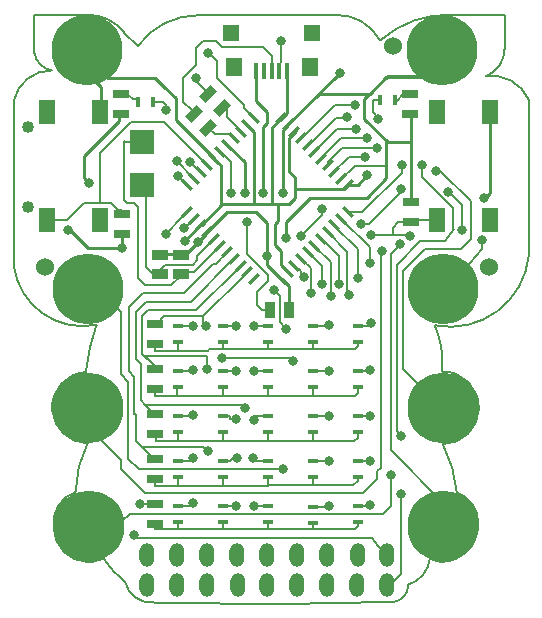
<source format=gbr>
%FSLAX23Y23*%
%MOIN*%
G04 EasyPC Gerber Version 17.0 Build 3379 *
%ADD85O,0.05000X0.08000*%
%AMT72*0 Rectangle Pad at angle 45*21,1,0.01400,0.04600,0,0,45*%
%ADD72T72*%
%ADD83R,0.01752X0.03740*%
%ADD28R,0.03740X0.01752*%
%ADD75R,0.01800X0.05500*%
%ADD29R,0.05500X0.03000*%
%ADD80R,0.03600X0.05700*%
%ADD79R,0.05700X0.03600*%
%ADD76R,0.05500X0.06300*%
%ADD74R,0.05500X0.08300*%
%ADD77R,0.05700X0.05300*%
%ADD82R,0.07874X0.07874*%
%ADD21C,0.00500*%
%ADD87C,0.00800*%
%ADD86C,0.01000*%
%ADD84C,0.03200*%
%ADD115C,0.04000*%
%ADD27C,0.06000*%
%ADD81C,0.23622*%
%AMT73*0 Rectangle Pad at angle 135*21,1,0.01400,0.04600,0,0,135*%
%ADD73T73*%
%AMT78*0 Rectangle Pad at angle 135*21,1,0.03000,0.05500,0,0,135*%
%ADD78T78*%
X0Y0D02*
D02*
D21*
X380Y1132D02*
G75*
G03X654Y934I230J29D01*
G01*
X656*
G75*
G03X621Y776I624J-223*
G01*
G75*
G03X508Y648I5J-118*
G01*
G75*
G03X626Y538I121J12*
G01*
G75*
G03X587Y377I316J-163*
G01*
G75*
G03X513Y255I35J-105*
G01*
G75*
G03X625Y143I116J4*
G01*
X640*
G75*
G03X680Y154I-3J89*
G01*
G75*
G03X751Y77I254J164*
G01*
G75*
G03X847Y8I87J20*
G01*
G75*
G03X1630Y10I364J11219*
G01*
G75*
G03X1696Y68I9J56*
G01*
G75*
G03X1766Y154I-30J97*
G01*
G75*
G03X1803Y143I41J68*
G01*
G75*
G03X1928Y277I0J125*
G01*
G75*
G03X1857Y375I-104J-1*
G01*
G75*
G03X1810Y536I-421J-36*
G01*
G75*
G03X1930Y653I0J121*
G01*
G75*
G03X1807Y778I-119J6*
G01*
G75*
G03X1784Y932I-298J33*
G01*
G75*
G03X2097Y1165I51J258*
G01*
Y1684*
G75*
G03X1953Y1762I-124J-56*
G01*
G75*
G03X2016Y1853I-33J90*
G01*
Y1967*
X1843*
G75*
G03X1601Y1882I-15J-342*
G01*
G75*
G03X1448Y1966I-143J-78*
G01*
X1000*
G75*
G03X793Y1863I-4J-250*
G01*
X748Y1908*
G75*
G03X623Y1966I-119J-91*
G01*
X449*
Y1841*
G75*
G03X508Y1782I67J8*
G01*
G75*
G03X380Y1680I-2J-129*
G01*
Y1132*
D02*
D27*
X484Y1128D03*
X1643Y1864D03*
X1963Y1127D03*
D02*
D28*
X926Y278D03*
Y330D03*
Y428D03*
Y480D03*
Y578D03*
Y630D03*
Y728D03*
Y780D03*
Y878D03*
Y930D03*
X1076Y278D03*
Y330D03*
Y428D03*
Y480D03*
Y578D03*
Y630D03*
Y728D03*
Y780D03*
Y878D03*
Y930D03*
X1226Y278D03*
Y330D03*
Y428D03*
Y480D03*
Y578D03*
Y630D03*
Y728D03*
Y780D03*
Y878D03*
Y930D03*
X1376Y273D03*
Y325D03*
Y428D03*
Y480D03*
Y578D03*
Y630D03*
Y728D03*
Y780D03*
Y878D03*
Y930D03*
X1526Y278D03*
Y330D03*
Y428D03*
Y480D03*
Y578D03*
Y630D03*
Y728D03*
Y780D03*
Y878D03*
Y930D03*
D02*
D29*
X736Y1636D03*
Y1703D03*
X742Y1237D03*
Y1304D03*
X851Y271D03*
Y338D03*
Y421D03*
Y488D03*
Y571D03*
Y638D03*
Y721D03*
Y788D03*
Y871D03*
Y938D03*
X1701Y1636D03*
Y1703D03*
X1703Y1276D03*
Y1343D03*
D02*
D72*
X958Y1399D03*
X980Y1421D03*
X1003Y1444D03*
X1025Y1466D03*
X1047Y1488D03*
X1069Y1510D03*
X1092Y1533D03*
X1114Y1555D03*
X1136Y1577D03*
X1159Y1599D03*
X1181Y1622D03*
X1271Y1086D03*
X1293Y1109D03*
X1315Y1131D03*
X1337Y1153D03*
X1360Y1176D03*
X1382Y1198D03*
X1404Y1220D03*
X1427Y1242D03*
X1449Y1265D03*
X1471Y1287D03*
X1493Y1309D03*
D02*
D73*
X958D03*
X980Y1287D03*
X1003Y1265D03*
X1025Y1242D03*
X1047Y1220D03*
X1069Y1198D03*
X1092Y1176D03*
X1114Y1153D03*
X1136Y1131D03*
X1159Y1109D03*
X1181Y1086D03*
X1271Y1622D03*
X1293Y1599D03*
X1315Y1577D03*
X1337Y1555D03*
X1360Y1533D03*
X1382Y1510D03*
X1404Y1488D03*
X1427Y1466D03*
X1449Y1444D03*
X1471Y1421D03*
X1493Y1399D03*
D02*
D74*
X491Y1284D03*
Y1642D03*
X668Y1284D03*
Y1642D03*
X1791Y1284D03*
Y1642D03*
X1968Y1284D03*
Y1642D03*
D02*
D75*
X1188Y1779D03*
X1214D03*
X1240D03*
X1265D03*
X1291D03*
D02*
D76*
X1114Y1794D03*
X1366D03*
D02*
D77*
X1105Y1906D03*
X1375D03*
D02*
D78*
X982Y1638D03*
X1027Y1703D03*
X1029Y1590D03*
X1074Y1655D03*
D02*
D79*
X866Y1103D03*
Y1166D03*
X936Y1103D03*
Y1166D03*
D02*
D80*
X1234Y983D03*
X1297D03*
D02*
D81*
X623Y1849D03*
X629Y658D03*
Y1052D03*
X631Y263D03*
X1809Y1849D03*
X1810Y658D03*
Y1052D03*
X1812Y263D03*
D02*
D82*
X809Y1400D03*
Y1542D03*
D02*
D83*
X794Y1678D03*
X845D03*
X1600Y1682D03*
X1651D03*
D02*
D84*
X561Y1249D03*
X631Y1405D03*
X742Y1191D03*
X781Y234D03*
X801Y338D03*
X886Y1237D03*
X888Y1650D03*
X923Y1479D03*
X926Y1429D03*
X947Y1258D03*
X951Y1214D03*
X969Y1477D03*
X976Y339D03*
Y489D03*
Y634D03*
Y784D03*
Y929D03*
X986Y1756D03*
X994Y1211D03*
X1022Y930D03*
X1024Y787D03*
X1026Y512D03*
X1028Y1839D03*
X1074Y824D03*
X1104Y1373D03*
X1121Y329D03*
Y779D03*
Y929D03*
X1121Y619D03*
X1123Y491D03*
X1151Y1374D03*
X1152Y656D03*
X1158Y1278D03*
X1179Y491D03*
X1182Y329D03*
Y779D03*
Y929D03*
X1182Y618D03*
X1211Y1374D03*
X1223Y1162D03*
X1246Y1049D03*
X1271Y1879D03*
X1276Y454D03*
Y1374D03*
X1286Y1224D03*
X1289Y921D03*
X1310Y812D03*
X1336Y1229D03*
X1347Y1094D03*
X1370Y1039D03*
X1406Y1069D03*
Y1319D03*
X1430Y629D03*
X1431Y329D03*
Y479D03*
Y780D03*
Y934D03*
X1436Y1029D03*
X1465Y1070D03*
X1466Y1774D03*
X1490Y1628D03*
X1496Y1034D03*
X1518Y1668D03*
X1522Y1588D03*
X1526Y1091D03*
X1537Y1271D03*
X1551Y1494D03*
X1558Y1432D03*
Y1556D03*
X1566Y1140D03*
X1569Y334D03*
X1569Y479D03*
X1569Y629D03*
X1569Y784D03*
X1570Y939D03*
X1571Y1232D03*
X1590Y1524D03*
X1595Y1619D03*
X1606Y1179D03*
X1636Y434D03*
X1667Y1203D03*
X1670Y1388D03*
X1671Y369D03*
Y564D03*
X1674Y1465D03*
X1702Y1230D03*
X1740Y1465D03*
X1786Y1445D03*
X1829Y1376D03*
X1875Y1250D03*
X1941Y1215D03*
X1949Y1357D03*
D02*
D85*
X825Y67D03*
Y167D03*
X925Y67D03*
Y167D03*
X1025Y67D03*
Y167D03*
X1125D03*
X1126Y67D03*
X1225Y67D03*
Y167D03*
X1325Y67D03*
Y167D03*
X1425Y67D03*
Y167D03*
X1525Y67D03*
X1526Y167D03*
X1625Y67D03*
Y167D03*
D02*
D86*
X561Y1249D02*
X566D01*
X626Y1189*
X742*
Y1191*
X623Y1849D02*
X691D01*
Y1758*
X852*
X882Y1728*
Y1728*
X921Y1689*
Y1615*
X1050Y1486*
Y1488*
X1047*
X668Y1642D02*
X671D01*
Y1725*
X623Y1773*
Y1849*
X736Y1636D02*
X731D01*
Y1613*
X614Y1497*
Y1422*
X631Y1405*
X742Y1237D02*
Y1191D01*
X936Y1166D02*
Y1173D01*
X956*
X996Y1213*
Y1211*
X994*
X936Y1166D02*
X921D01*
Y1169*
X866*
Y1166*
X1003Y1265D02*
X1006D01*
Y1268*
X1074Y1335*
X1176*
X1003Y1265D02*
X1001D01*
X951Y1214*
X1025Y1242D02*
Y1239D01*
X1021*
Y1238*
X994Y1211*
X1047Y1488D02*
X1049D01*
Y1487*
X1071Y1465*
Y1335*
X1176*
X1092Y1533D02*
Y1534D01*
X1091*
X1150Y1475*
Y1374*
X1151*
X1176Y1335D02*
X1204D01*
X1188Y1779D02*
X1188D01*
Y1679*
X1193Y1674*
X1193*
X1225Y1643*
Y1623*
X1225Y1623*
Y1608*
X1210Y1593*
Y1592*
X1211Y1374*
X1204Y1335D02*
X1260D01*
Y1280*
X1250Y1270*
Y1201*
X1270Y1181*
Y1132*
X1297Y1105*
Y1109*
X1293*
X1223Y1162D02*
Y1274D01*
X1188Y1309*
X1091*
X1029Y1247*
Y1246*
X1025Y1242*
X1025*
X1271Y1086D02*
X1274D01*
X1280Y1081*
Y1079*
X1297Y1062*
Y983*
X1297*
X1271Y1086D02*
Y1087D01*
X1270*
X1223Y1134*
Y1162*
X1271Y1622D02*
X1270D01*
Y1621*
X1290Y1639*
Y1779*
X1291*
X1271Y1622D02*
Y1620D01*
X1268Y1617*
X1266*
X1242Y1593*
Y1335*
X1182*
Y1575*
X1160Y1597*
X1159*
Y1599*
X1293D02*
Y1599D01*
X1291*
X1466Y1774*
X1293Y1599D02*
X1293D01*
Y1601*
X1276Y1583*
Y1374*
X1318Y1363D02*
Y1356D01*
X1297Y1335*
X1204*
X1318Y1363D02*
Y1425D01*
X1299Y1444*
Y1557*
X1321Y1581*
X1317*
Y1580*
X1316*
Y1579*
X1317*
X1318Y1577*
X1315*
X1318Y1363D02*
Y1387D01*
X1481*
X1494Y1400*
X1493*
Y1399*
Y1400*
X1526*
X1558Y1432*
X1622Y1424D02*
X1556Y1358D01*
X1368*
X1287Y1278*
Y1224*
X1286*
X1626Y1542D02*
X1622D01*
Y1424*
X1701Y1636D02*
X1705D01*
Y1542*
X1626*
X1703Y1343D02*
X1705D01*
Y1543*
X1622*
Y1424*
X1809Y1849D02*
Y1759D01*
X1621*
X1566Y1704*
X1396*
X1292Y1601*
X1293*
Y1599*
X1809Y1849D02*
Y1764D01*
X1626*
X1547Y1685*
X1549*
Y1621*
X1626Y1544*
Y1542*
X1949Y1357D02*
X1951D01*
X1968Y1373*
Y1575*
X1968*
Y1642*
D02*
D87*
X491Y1284D02*
X559D01*
X614Y1339*
X667*
X629Y1052D02*
X726D01*
Y987*
X736Y977*
Y769*
X761Y744*
Y488*
X796Y453*
X1003*
Y454*
X1201*
Y454*
X1276*
X667Y1339D02*
X703D01*
X727Y1315*
X742*
Y1304*
X781Y234D02*
X791Y224D01*
X1558Y223*
X1573*
X1617Y167*
X1625*
X794Y1678D02*
Y1686D01*
X778*
X762Y1701*
Y1703*
X736*
X802Y533D02*
X848Y488D01*
X851*
X809Y1400D02*
X821Y1388D01*
Y1125*
X841Y1105*
X866*
Y1103*
X809Y1542D02*
X750D01*
X746Y1546*
Y1351*
X758Y1339*
X782*
X793Y1327*
Y1089*
X817Y1065*
X904*
X936Y1098*
Y1103*
X819Y668D02*
X1140D01*
X1152Y656*
X819Y668D02*
X804Y684D01*
Y802*
X786Y820*
Y975*
X821Y1010*
X970*
X1109Y1149*
X1114*
Y1153*
X851Y271D02*
Y254D01*
X926*
X851Y338D02*
X850D01*
Y338*
X801*
X851Y421D02*
Y398D01*
X926*
X851Y638D02*
X850D01*
X819Y668*
X851Y938D02*
X856D01*
X882Y964*
X1008*
X1011Y962*
X886Y1237D02*
X941Y1292D01*
X944*
X958Y1307*
Y1309*
X888Y1650D02*
Y1668D01*
X878Y1678*
X845*
X924Y698D02*
X851D01*
Y721*
X926Y398D02*
X926D01*
Y428*
Y254D02*
X1076D01*
X926Y278D02*
Y254D01*
Y330D02*
X976D01*
Y339*
X926Y480D02*
X976D01*
Y489*
X926Y578D02*
Y548D01*
X963*
X926Y630D02*
X976D01*
Y634*
X926Y728D02*
Y729D01*
X924*
Y698*
X926Y780D02*
X976D01*
Y784*
X926Y878D02*
Y848D01*
X948*
X926Y930D02*
X976D01*
Y929*
X936Y1103D02*
Y1109D01*
X980*
X998Y1127*
Y1127*
X1069Y1198*
X1069*
X948Y848D02*
X851D01*
Y871*
X958Y1399D02*
X956D01*
X926Y1429*
X963Y548D02*
X855D01*
Y571*
X851*
X980Y1287D02*
Y1284D01*
X977*
X990Y1298*
X946Y1253*
X947*
Y1258*
X980Y1421D02*
X978D01*
Y1424*
X923Y1479*
X982Y1638D02*
Y1649D01*
X973*
X945Y1677*
Y1758*
X988Y1801*
Y1856*
X1012Y1880*
X1053*
X1075Y1859*
X1210*
X1240Y1829*
Y1779*
X986Y1756D02*
Y1747D01*
X1027Y1706*
Y1703*
X1003Y1444D02*
X1002D01*
X969Y1477*
X1011Y962D02*
Y938D01*
X1022*
Y930*
X1011Y962D02*
X1147Y1098D01*
Y1099*
X1156Y1109*
X1159*
X1024Y787D02*
Y830D01*
X818*
X851Y796*
Y788*
X1025Y1466D02*
Y1465D01*
X1031Y1459*
X1032*
X881Y1610*
X771*
X666Y1505*
Y1339*
X667*
X1026Y512D02*
X1011Y527D01*
X807*
X802Y532*
Y533*
X1047Y1220D02*
X1045D01*
X1044Y1219*
Y1216*
X990Y1163*
Y1149*
X976Y1134*
X885*
X866Y1115*
Y1103*
X1069Y1510D02*
X1071D01*
Y1510*
X1104Y1477*
Y1373*
X1074Y824D02*
X1298D01*
X1310Y812*
X1076Y254D02*
X1226D01*
X1076Y278D02*
Y254D01*
Y330D02*
X1101D01*
Y329*
X1121*
X1076Y398D02*
X926D01*
X1076Y428D02*
Y398D01*
Y480D02*
X1101D01*
Y481*
X1111Y491*
X1123*
X1076Y578D02*
Y548D01*
X1105*
X1076Y630D02*
X1101D01*
Y619*
X1121*
X1076Y728D02*
Y698D01*
X1093*
X1076Y780D02*
X1101D01*
Y779*
X1121*
X1076Y878D02*
Y854D01*
X1114*
X1076Y930D02*
X1101D01*
Y929*
X1121*
X1092Y1176D02*
X1092D01*
X1054Y1138*
X1045*
X948Y1040*
X810*
X763Y993*
Y780*
X782Y761*
Y638*
X789*
Y547*
X802Y533*
X1093Y698D02*
X924D01*
X1105Y548D02*
X963D01*
X1114Y854D02*
X1031D01*
Y854*
X1026Y848*
X948*
X1114Y1555D02*
Y1556D01*
X1101Y1569*
X1050*
X1029Y1589*
Y1590*
X1136Y1131D02*
X1130D01*
Y1124*
X988Y982*
X829*
X808Y962*
Y837*
X809*
X851Y796*
Y788*
X1136Y1577D02*
X1139D01*
X1146Y1570*
Y1569*
X1091Y1626*
Y1655*
X1074*
X1158Y1278D02*
X1156D01*
Y1169*
X1226Y1099*
Y1079*
X1191Y1044*
Y999*
X1206Y984*
X1230*
Y983*
X1234*
X1181Y1622D02*
X1182D01*
X1187Y1617*
Y1616*
X1147Y1656*
Y1668*
X1057Y1758*
Y1814*
X1032Y1839*
X1028*
X1211Y698D02*
X1093D01*
X1226Y254D02*
X1376D01*
X1226Y278D02*
Y254D01*
Y330D02*
X1182D01*
Y329*
X1226Y399D02*
Y398D01*
X1076*
X1226Y428D02*
Y399D01*
Y480D02*
X1179D01*
Y491*
X1226Y578D02*
Y548D01*
X1255*
X1226Y630D02*
X1182D01*
Y618*
X1226Y728D02*
Y698D01*
X1211*
X1226Y780D02*
X1182D01*
Y779*
X1226Y878D02*
X1227D01*
Y854*
X1226Y930D02*
X1182D01*
Y929*
X1227Y854D02*
X1114D01*
X1246Y1049D02*
X1266Y1029D01*
Y944*
X1289Y921*
X1255Y548D02*
X1105D01*
X1265Y1779D02*
X1271Y1817D01*
Y1879*
X1337Y1153D02*
Y1150D01*
X1342*
X1370Y1122*
Y1039*
X1337Y1555D02*
X1341D01*
X1452Y1666*
X1518*
Y1668*
X1347Y1094D02*
X1336Y1105D01*
Y1112*
X1315Y1133*
Y1131*
X1360Y1176D02*
X1360D01*
X1406Y1130*
Y1069*
X1376Y254D02*
X1517D01*
X1526Y262*
Y278*
X1376Y273D02*
Y254D01*
Y325D02*
X1431D01*
Y329*
X1376Y428D02*
Y399D01*
X1392*
X1376Y480D02*
X1431D01*
Y479*
X1376Y578D02*
Y548D01*
X1400*
X1376Y630D02*
X1430D01*
Y629*
X1376Y728D02*
X1377D01*
Y698*
X1381*
X1376Y780D02*
X1431D01*
X1376Y878D02*
Y854D01*
X1392*
X1376Y930D02*
Y929D01*
X1431*
Y934*
X1381Y698D02*
X1211D01*
X1382Y1198D02*
Y1197D01*
X1436Y1143*
Y1029*
X1382Y1510D02*
X1382D01*
Y1511*
X1459Y1588*
X1522*
X1392Y399D02*
X1226D01*
X1392Y854D02*
X1227D01*
X1400Y548D02*
X1255D01*
X1404Y1220D02*
X1406D01*
Y1219*
X1463Y1162*
Y1070*
X1465*
X1404Y1488D02*
Y1490D01*
X1471Y1556*
X1558*
X1406Y1319D02*
Y1299D01*
X1336Y1229*
X1427Y1242D02*
X1424D01*
Y1245*
X1492Y1177*
Y1034*
X1496*
X1427Y1466D02*
Y1477D01*
X1474Y1524*
X1590*
X1449Y1265D02*
X1449D01*
Y1264*
X1526Y1187*
Y1091*
X1449Y1444D02*
Y1445D01*
X1488Y1484*
Y1484*
X1498Y1494*
X1551*
X1490Y1628D02*
Y1624D01*
X1454*
X1363Y1533*
X1360*
Y1533*
X1526Y330D02*
X1569D01*
Y334*
X1526Y428D02*
X1526D01*
Y414*
X1511Y399*
X1392*
X1526Y480D02*
X1569D01*
Y479*
X1526Y578D02*
Y558D01*
X1515Y548*
X1400*
X1526Y630D02*
X1569D01*
Y629*
X1526Y728D02*
Y707D01*
X1517Y698*
X1381*
X1526Y780D02*
X1569D01*
Y784*
X1526Y878D02*
X1526D01*
Y863*
X1518Y854*
X1392*
X1526Y930D02*
X1570D01*
Y939*
X1537Y1271D02*
Y1270D01*
X1563*
X1670Y1377*
Y1388*
X1566Y1140D02*
Y1192D01*
X1471Y1287*
Y1287*
X1471*
X1571Y1232D02*
X1571D01*
X1573Y1233*
X1688*
X1595Y1619D02*
Y1623D01*
X1576Y1642*
Y1682*
X1600*
X1606Y1179D02*
X1603D01*
Y458*
X1590Y445*
Y420*
X1543Y373*
X816Y374*
X736Y454*
Y484*
X626Y594*
Y658*
X629*
X1622Y1424D02*
Y1464D01*
X1517*
X1469Y1416*
X1463*
Y1417*
X1467Y1421*
X1471*
X1636Y434D02*
Y330D01*
X1610Y304*
X766*
X741Y279*
X631*
Y263*
X1651Y1682D02*
Y1678D01*
X1654*
X1682Y1706*
Y1703*
X1701*
X1667Y1203D02*
Y1201D01*
X1636Y1170*
Y515*
X1812Y339*
Y263*
X1671Y369D02*
Y104D01*
X1634Y67*
X1625*
X1671Y564D02*
X1656Y579D01*
Y1133*
X1735Y1212*
X1818*
X1846Y1254*
X1844*
Y1322*
X1741Y1425*
Y1465*
X1740*
X1674Y1465D02*
Y1441D01*
X1542Y1309*
X1493*
X1688Y1233D02*
X1699D01*
X1702Y1230*
X1688Y1233D02*
X1643D01*
Y1258*
X1660Y1276*
X1703*
X1786Y1445D02*
Y1444D01*
X1805*
X1903Y1347*
Y1220*
X1871Y1188*
X1752*
X1676Y1112*
Y788*
X1735Y729*
X1751*
Y725*
X1739*
X1810Y722*
Y658*
X1791Y1284D02*
X1703D01*
Y1276*
X1810Y1052D02*
Y1044D01*
X1818*
X1941Y1187*
Y1215*
X1875Y1250D02*
X1874D01*
Y1332*
X1841Y1365*
X1840*
X1829Y1376*
D02*
D115*
X428Y1327D03*
Y1594D03*
X0Y0D02*
M02*

</source>
